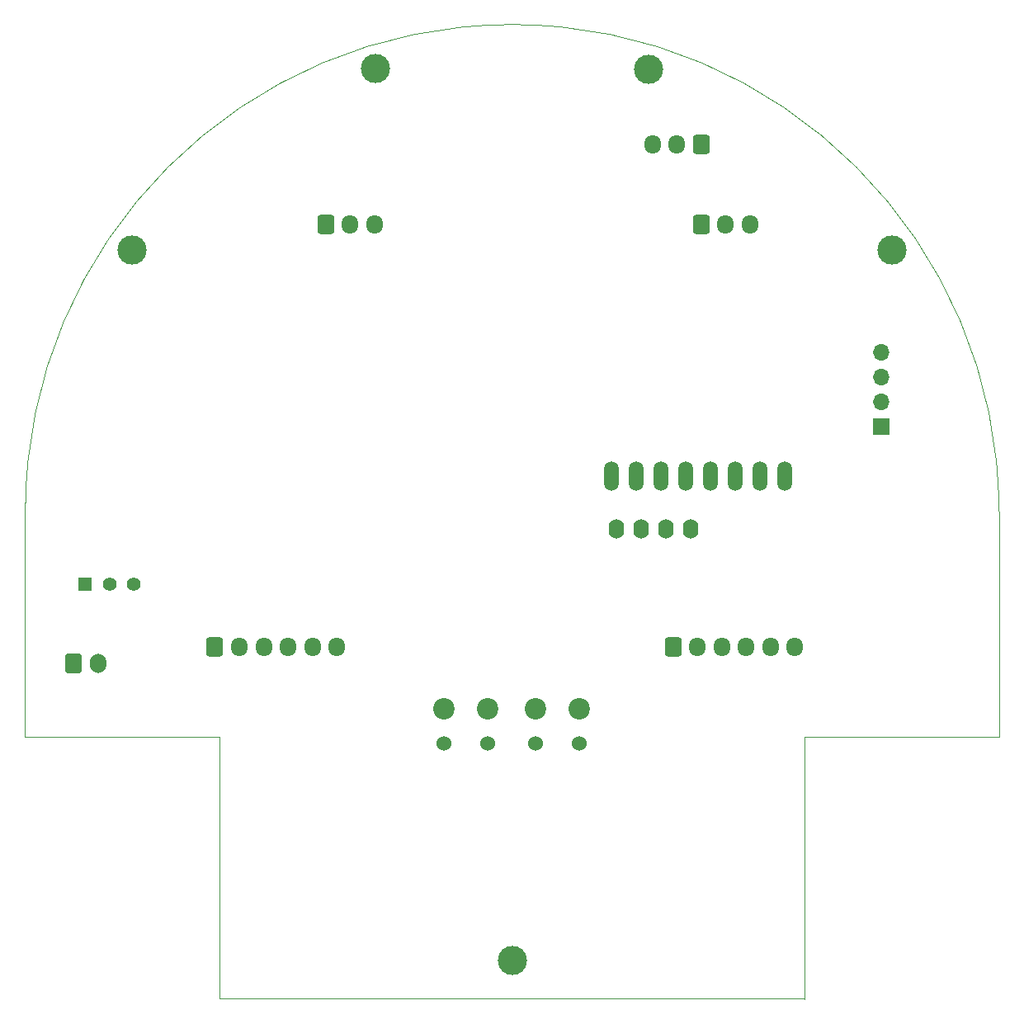
<source format=gbr>
%TF.GenerationSoftware,KiCad,Pcbnew,7.0.1*%
%TF.CreationDate,2023-08-15T21:04:50-03:00*%
%TF.ProjectId,BoverJr_PCBWAY,426f7665-724a-4725-9f50-43425741592e,rev?*%
%TF.SameCoordinates,Original*%
%TF.FileFunction,Soldermask,Bot*%
%TF.FilePolarity,Negative*%
%FSLAX46Y46*%
G04 Gerber Fmt 4.6, Leading zero omitted, Abs format (unit mm)*
G04 Created by KiCad (PCBNEW 7.0.1) date 2023-08-15 21:04:50*
%MOMM*%
%LPD*%
G01*
G04 APERTURE LIST*
G04 Aperture macros list*
%AMRoundRect*
0 Rectangle with rounded corners*
0 $1 Rounding radius*
0 $2 $3 $4 $5 $6 $7 $8 $9 X,Y pos of 4 corners*
0 Add a 4 corners polygon primitive as box body*
4,1,4,$2,$3,$4,$5,$6,$7,$8,$9,$2,$3,0*
0 Add four circle primitives for the rounded corners*
1,1,$1+$1,$2,$3*
1,1,$1+$1,$4,$5*
1,1,$1+$1,$6,$7*
1,1,$1+$1,$8,$9*
0 Add four rect primitives between the rounded corners*
20,1,$1+$1,$2,$3,$4,$5,0*
20,1,$1+$1,$4,$5,$6,$7,0*
20,1,$1+$1,$6,$7,$8,$9,0*
20,1,$1+$1,$8,$9,$2,$3,0*%
G04 Aperture macros list end*
%ADD10RoundRect,0.250000X-0.600000X-0.725000X0.600000X-0.725000X0.600000X0.725000X-0.600000X0.725000X0*%
%ADD11O,1.700000X1.950000*%
%ADD12C,3.000000*%
%ADD13RoundRect,0.250000X-0.600000X-0.750000X0.600000X-0.750000X0.600000X0.750000X-0.600000X0.750000X0*%
%ADD14O,1.700000X2.000000*%
%ADD15C,2.200000*%
%ADD16C,1.524000*%
%ADD17R,1.700000X1.700000*%
%ADD18O,1.700000X1.700000*%
%ADD19RoundRect,0.250000X0.600000X0.725000X-0.600000X0.725000X-0.600000X-0.725000X0.600000X-0.725000X0*%
%ADD20O,1.600000X2.000000*%
%ADD21R,1.408000X1.408000*%
%ADD22C,1.408000*%
%ADD23O,1.508000X3.016000*%
%TA.AperFunction,Profile*%
%ADD24C,0.100000*%
%TD*%
G04 APERTURE END LIST*
D10*
%TO.C,J1*%
X166500000Y-93750000D03*
D11*
X169000000Y-93750000D03*
X171500000Y-93750000D03*
X174000000Y-93750000D03*
X176500000Y-93750000D03*
X179000000Y-93750000D03*
%TD*%
D12*
%TO.C,*%
X111000000Y-52950000D03*
%TD*%
D13*
%TO.C,J10*%
X105000000Y-95400000D03*
D14*
X107500000Y-95400000D03*
%TD*%
D12*
%TO.C,*%
X189000000Y-52950000D03*
%TD*%
D15*
%TO.C,J11*%
X147500000Y-100100000D03*
D16*
X147500000Y-103600000D03*
%TD*%
D17*
%TO.C,J3*%
X187875000Y-71100000D03*
D18*
X187875000Y-68560000D03*
X187875000Y-66020000D03*
X187875000Y-63480000D03*
%TD*%
D15*
%TO.C,J7*%
X156900000Y-100100000D03*
D16*
X156900000Y-103600000D03*
%TD*%
D19*
%TO.C,J8*%
X169400000Y-42175000D03*
D11*
X166900000Y-42175000D03*
X164400000Y-42175000D03*
%TD*%
D12*
%TO.C,*%
X136000000Y-34400000D03*
%TD*%
D10*
%TO.C,J4*%
X169400000Y-50350000D03*
D11*
X171900000Y-50350000D03*
X174400000Y-50350000D03*
%TD*%
D20*
%TO.C,OLED1*%
X160670000Y-81625000D03*
X163210000Y-81625000D03*
X165750000Y-81625000D03*
X168290000Y-81625000D03*
%TD*%
D10*
%TO.C,J5*%
X130850000Y-50350000D03*
D11*
X133350000Y-50350000D03*
X135850000Y-50350000D03*
%TD*%
D15*
%TO.C,J6*%
X152400000Y-100100000D03*
D16*
X152400000Y-103600000D03*
%TD*%
D21*
%TO.C,SW1*%
X106200000Y-87250000D03*
D22*
X108700000Y-87250000D03*
X111200000Y-87250000D03*
%TD*%
D23*
%TO.C,U2*%
X160210000Y-76200000D03*
X162750000Y-76200000D03*
X165290000Y-76200000D03*
X167830000Y-76200000D03*
X170370000Y-76200000D03*
X172910000Y-76200000D03*
X175450000Y-76200000D03*
X177990000Y-76200000D03*
%TD*%
D12*
%TO.C,*%
X150000000Y-125850000D03*
%TD*%
D10*
%TO.C,J2*%
X119500000Y-93750000D03*
D11*
X122000000Y-93750000D03*
X124500000Y-93750000D03*
X127000000Y-93750000D03*
X129500000Y-93750000D03*
X132000000Y-93750000D03*
%TD*%
D12*
%TO.C,*%
X164000000Y-34450000D03*
%TD*%
D16*
%TO.C,J9*%
X143000000Y-103600000D03*
D15*
X143000000Y-100100000D03*
%TD*%
D24*
X199950000Y-79800000D02*
G75*
G03*
X100050000Y-79800000I-49950000J0D01*
G01*
X120000000Y-129750000D02*
X120000000Y-102900000D01*
X180000000Y-102900000D02*
X200000000Y-102900000D01*
X180000000Y-129850000D02*
X180000000Y-102900000D01*
X120000000Y-102900000D02*
X100000000Y-102900000D01*
X100000000Y-102900000D02*
X100000000Y-79800000D01*
X200000000Y-102900000D02*
X200000000Y-79800000D01*
X120000000Y-129750000D02*
X180000000Y-129800000D01*
M02*

</source>
